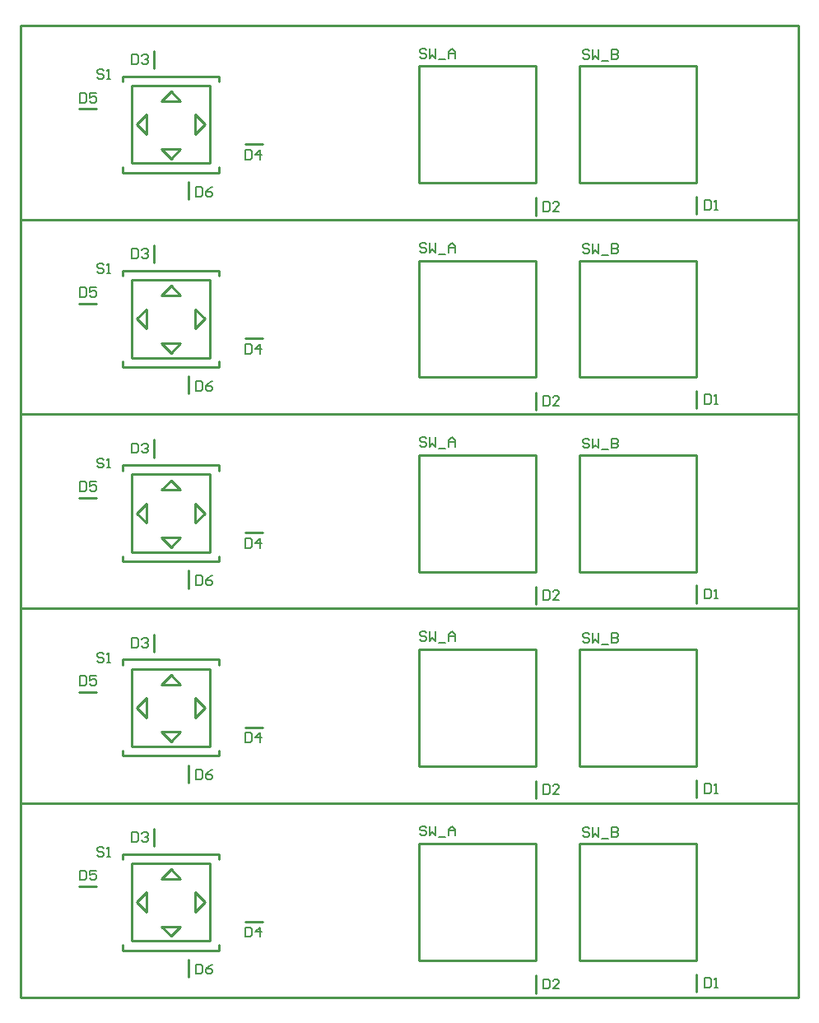
<source format=gto>
G04 Layer_Color=65535*
%FSLAX24Y24*%
%MOIN*%
G70*
G01*
G75*
%ADD10C,0.0100*%
%ADD23C,0.0079*%
D10*
X45288Y12996D02*
X50012D01*
X45288Y17720D02*
X50012D01*
Y12996D02*
Y17720D01*
X45288Y12996D02*
Y17720D01*
X50009Y11726D02*
Y12435D01*
X43509Y11676D02*
Y12385D01*
X28041Y17626D02*
Y18335D01*
X25012Y15989D02*
X25721D01*
X29459Y12326D02*
Y13035D01*
X28339Y14374D02*
X28733Y13980D01*
X28339Y14374D02*
X29126D01*
X28733Y13980D02*
X29126Y14374D01*
X28733Y16697D02*
X29126Y16303D01*
X28339D02*
X29126D01*
X28339D02*
X28733Y16697D01*
X27355Y15358D02*
X27748Y15752D01*
Y14965D02*
Y15752D01*
X27355Y15358D02*
X27748Y14965D01*
X29717D02*
X30111Y15358D01*
X29717Y14965D02*
Y15752D01*
X30111Y15358D01*
X27158Y16933D02*
X30307D01*
Y13783D02*
Y16933D01*
X27158Y13783D02*
X30307D01*
X27158D02*
Y16933D01*
X26784Y17307D02*
X30682D01*
X26784Y13409D02*
X30682D01*
Y13626D01*
X26784Y13409D02*
Y13626D01*
X30682Y17091D02*
Y17307D01*
X26784Y17091D02*
Y17307D01*
X38792Y12996D02*
X43516D01*
X38792Y17720D02*
X43516D01*
Y12996D02*
Y17720D01*
X38792Y12996D02*
Y17720D01*
X31746Y14572D02*
X32454D01*
X45288Y20870D02*
X50012D01*
X45288Y25594D02*
X50012D01*
Y20870D02*
Y25594D01*
X45288Y20870D02*
Y25594D01*
X50009Y19600D02*
Y20309D01*
X43509Y19550D02*
Y20259D01*
X28041Y25500D02*
Y26209D01*
X25012Y23863D02*
X25721D01*
X29459Y20200D02*
Y20909D01*
X28339Y22248D02*
X28733Y21854D01*
X28339Y22248D02*
X29126D01*
X28733Y21854D02*
X29126Y22248D01*
X28733Y24571D02*
X29126Y24177D01*
X28339D02*
X29126D01*
X28339D02*
X28733Y24571D01*
X27355Y23232D02*
X27748Y23626D01*
Y22839D02*
Y23626D01*
X27355Y23232D02*
X27748Y22839D01*
X29717D02*
X30111Y23232D01*
X29717Y22839D02*
Y23626D01*
X30111Y23232D01*
X27158Y24807D02*
X30307D01*
Y21657D02*
Y24807D01*
X27158Y21657D02*
X30307D01*
X27158D02*
Y24807D01*
X26784Y25181D02*
X30682D01*
X26784Y21283D02*
X30682D01*
Y21500D01*
X26784Y21283D02*
Y21500D01*
X30682Y24965D02*
Y25181D01*
X26784Y24965D02*
Y25181D01*
X38792Y20870D02*
X43516D01*
X38792Y25594D02*
X43516D01*
Y20870D02*
Y25594D01*
X38792Y20870D02*
Y25594D01*
X31746Y22446D02*
X32454D01*
X45288Y28744D02*
X50012D01*
X45288Y33469D02*
X50012D01*
Y28744D02*
Y33469D01*
X45288Y28744D02*
Y33469D01*
X50009Y27474D02*
Y28183D01*
X43509Y27424D02*
Y28133D01*
X28041Y33374D02*
Y34083D01*
X25012Y31737D02*
X25721D01*
X29459Y28074D02*
Y28783D01*
X28339Y30122D02*
X28733Y29728D01*
X28339Y30122D02*
X29126D01*
X28733Y29728D02*
X29126Y30122D01*
X28733Y32445D02*
X29126Y32051D01*
X28339D02*
X29126D01*
X28339D02*
X28733Y32445D01*
X27355Y31106D02*
X27748Y31500D01*
Y30713D02*
Y31500D01*
X27355Y31106D02*
X27748Y30713D01*
X29717D02*
X30111Y31106D01*
X29717Y30713D02*
Y31500D01*
X30111Y31106D01*
X27158Y32681D02*
X30307D01*
Y29532D02*
Y32681D01*
X27158Y29532D02*
X30307D01*
X27158D02*
Y32681D01*
X26784Y33055D02*
X30682D01*
X26784Y29157D02*
X30682D01*
Y29374D01*
X26784Y29157D02*
Y29374D01*
X30682Y32839D02*
Y33055D01*
X26784Y32839D02*
Y33055D01*
X38792Y28744D02*
X43516D01*
X38792Y33469D02*
X43516D01*
Y28744D02*
Y33469D01*
X38792Y28744D02*
Y33469D01*
X31746Y30320D02*
X32454D01*
X45288Y36618D02*
X50012D01*
X45288Y41343D02*
X50012D01*
Y36618D02*
Y41343D01*
X45288Y36618D02*
Y41343D01*
X50009Y35348D02*
Y36057D01*
X43509Y35298D02*
Y36007D01*
X28041Y41248D02*
Y41957D01*
X25012Y39611D02*
X25721D01*
X29459Y35948D02*
Y36657D01*
X28339Y37996D02*
X28733Y37602D01*
X28339Y37996D02*
X29126D01*
X28733Y37602D02*
X29126Y37996D01*
X28733Y40319D02*
X29126Y39925D01*
X28339D02*
X29126D01*
X28339D02*
X28733Y40319D01*
X27355Y38980D02*
X27748Y39374D01*
Y38587D02*
Y39374D01*
X27355Y38980D02*
X27748Y38587D01*
X29717D02*
X30111Y38980D01*
X29717Y38587D02*
Y39374D01*
X30111Y38980D01*
X27158Y40555D02*
X30307D01*
Y37406D02*
Y40555D01*
X27158Y37406D02*
X30307D01*
X27158D02*
Y40555D01*
X26784Y40929D02*
X30682D01*
X26784Y37032D02*
X30682D01*
Y37248D01*
X26784Y37032D02*
Y37248D01*
X30682Y40713D02*
Y40929D01*
X26784Y40713D02*
Y40929D01*
X38792Y36618D02*
X43516D01*
X38792Y41343D02*
X43516D01*
Y36618D02*
Y41343D01*
X38792Y36618D02*
Y41343D01*
X31746Y38194D02*
X32454D01*
X45288Y44492D02*
X50012D01*
X45288Y49217D02*
X50012D01*
Y44492D02*
Y49217D01*
X45288Y44492D02*
Y49217D01*
X50009Y43222D02*
Y43931D01*
X43509Y43172D02*
Y43881D01*
X28041Y49122D02*
Y49831D01*
X25012Y47485D02*
X25721D01*
X29459Y43822D02*
Y44531D01*
X28339Y45870D02*
X28733Y45476D01*
X28339Y45870D02*
X29126D01*
X28733Y45476D02*
X29126Y45870D01*
X28733Y48193D02*
X29126Y47799D01*
X28339D02*
X29126D01*
X28339D02*
X28733Y48193D01*
X27355Y46854D02*
X27748Y47248D01*
Y46461D02*
Y47248D01*
X27355Y46854D02*
X27748Y46461D01*
X29717D02*
X30111Y46854D01*
X29717Y46461D02*
Y47248D01*
X30111Y46854D01*
X27158Y48429D02*
X30307D01*
Y45280D02*
Y48429D01*
X27158Y45280D02*
X30307D01*
X27158D02*
Y48429D01*
X26784Y48803D02*
X30682D01*
X26784Y44906D02*
X30682D01*
Y45122D01*
X26784Y44906D02*
Y45122D01*
X30682Y48587D02*
Y48803D01*
X26784Y48587D02*
Y48803D01*
X38792Y44492D02*
X43516D01*
X38792Y49217D02*
X43516D01*
Y44492D02*
Y49217D01*
X38792Y44492D02*
Y49217D01*
X31746Y46068D02*
X32454D01*
X54146Y11500D02*
Y50870D01*
X22650D02*
X54146D01*
X22650Y11500D02*
Y50870D01*
Y19374D02*
X54146D01*
X22650Y11500D02*
X54146D01*
Y19374D01*
X22650Y11500D02*
Y19374D01*
Y27248D02*
X54146D01*
X22650Y19374D02*
X54146D01*
Y27248D01*
X22650Y19374D02*
Y27248D01*
Y35122D02*
X54146D01*
X22650Y27248D02*
X54146D01*
Y35122D01*
X22650Y27248D02*
Y35122D01*
Y42996D02*
X54146D01*
X22650Y35122D02*
X54146D01*
Y42996D01*
X22650Y35122D02*
Y42996D01*
Y50870D02*
X54146D01*
X22650Y42996D02*
X54146D01*
Y50870D01*
X22650Y42996D02*
Y50870D01*
D23*
X50350Y12294D02*
Y11900D01*
X50547D01*
X50612Y11966D01*
Y12228D01*
X50547Y12294D01*
X50350D01*
X50744Y11900D02*
X50875D01*
X50809D01*
Y12294D01*
X50744Y12228D01*
X43800Y12244D02*
Y11850D01*
X43997D01*
X44062Y11916D01*
Y12178D01*
X43997Y12244D01*
X43800D01*
X44456Y11850D02*
X44194D01*
X44456Y12112D01*
Y12178D01*
X44390Y12244D01*
X44259D01*
X44194Y12178D01*
X27150Y18194D02*
Y17800D01*
X27347D01*
X27412Y17866D01*
Y18128D01*
X27347Y18194D01*
X27150D01*
X27544Y18128D02*
X27609Y18194D01*
X27740D01*
X27806Y18128D01*
Y18062D01*
X27740Y17997D01*
X27675D01*
X27740D01*
X27806Y17931D01*
Y17866D01*
X27740Y17800D01*
X27609D01*
X27544Y17866D01*
X25050Y16644D02*
Y16250D01*
X25247D01*
X25312Y16316D01*
Y16578D01*
X25247Y16644D01*
X25050D01*
X25706D02*
X25444D01*
Y16447D01*
X25575Y16512D01*
X25640D01*
X25706Y16447D01*
Y16316D01*
X25640Y16250D01*
X25509D01*
X25444Y16316D01*
X29750Y12844D02*
Y12450D01*
X29947D01*
X30012Y12516D01*
Y12778D01*
X29947Y12844D01*
X29750D01*
X30406D02*
X30275Y12778D01*
X30144Y12647D01*
Y12516D01*
X30209Y12450D01*
X30340D01*
X30406Y12516D01*
Y12581D01*
X30340Y12647D01*
X30144D01*
X26012Y17528D02*
X25947Y17594D01*
X25816D01*
X25750Y17528D01*
Y17462D01*
X25816Y17397D01*
X25947D01*
X26012Y17331D01*
Y17266D01*
X25947Y17200D01*
X25816D01*
X25750Y17266D01*
X26144Y17200D02*
X26275D01*
X26209D01*
Y17594D01*
X26144Y17528D01*
X45662Y18328D02*
X45597Y18394D01*
X45466D01*
X45400Y18328D01*
Y18262D01*
X45466Y18197D01*
X45597D01*
X45662Y18131D01*
Y18066D01*
X45597Y18000D01*
X45466D01*
X45400Y18066D01*
X45794Y18394D02*
Y18000D01*
X45925Y18131D01*
X46056Y18000D01*
Y18394D01*
X46187Y17934D02*
X46450D01*
X46581Y18394D02*
Y18000D01*
X46778D01*
X46843Y18066D01*
Y18131D01*
X46778Y18197D01*
X46581D01*
X46778D01*
X46843Y18262D01*
Y18328D01*
X46778Y18394D01*
X46581D01*
X39062Y18378D02*
X38997Y18444D01*
X38866D01*
X38800Y18378D01*
Y18312D01*
X38866Y18247D01*
X38997D01*
X39062Y18181D01*
Y18116D01*
X38997Y18050D01*
X38866D01*
X38800Y18116D01*
X39194Y18444D02*
Y18050D01*
X39325Y18181D01*
X39456Y18050D01*
Y18444D01*
X39587Y17984D02*
X39850D01*
X39981Y18050D02*
Y18312D01*
X40112Y18444D01*
X40243Y18312D01*
Y18050D01*
Y18247D01*
X39981D01*
X31750Y14344D02*
Y13950D01*
X31947D01*
X32012Y14016D01*
Y14278D01*
X31947Y14344D01*
X31750D01*
X32340Y13950D02*
Y14344D01*
X32144Y14147D01*
X32406D01*
X50350Y20168D02*
Y19774D01*
X50547D01*
X50612Y19840D01*
Y20102D01*
X50547Y20168D01*
X50350D01*
X50744Y19774D02*
X50875D01*
X50809D01*
Y20168D01*
X50744Y20102D01*
X43800Y20118D02*
Y19724D01*
X43997D01*
X44062Y19790D01*
Y20052D01*
X43997Y20118D01*
X43800D01*
X44456Y19724D02*
X44194D01*
X44456Y19986D01*
Y20052D01*
X44390Y20118D01*
X44259D01*
X44194Y20052D01*
X27150Y26068D02*
Y25674D01*
X27347D01*
X27412Y25740D01*
Y26002D01*
X27347Y26068D01*
X27150D01*
X27544Y26002D02*
X27609Y26068D01*
X27740D01*
X27806Y26002D01*
Y25936D01*
X27740Y25871D01*
X27675D01*
X27740D01*
X27806Y25805D01*
Y25740D01*
X27740Y25674D01*
X27609D01*
X27544Y25740D01*
X25050Y24518D02*
Y24124D01*
X25247D01*
X25312Y24190D01*
Y24452D01*
X25247Y24518D01*
X25050D01*
X25706D02*
X25444D01*
Y24321D01*
X25575Y24386D01*
X25640D01*
X25706Y24321D01*
Y24190D01*
X25640Y24124D01*
X25509D01*
X25444Y24190D01*
X29750Y20718D02*
Y20324D01*
X29947D01*
X30012Y20390D01*
Y20652D01*
X29947Y20718D01*
X29750D01*
X30406D02*
X30275Y20652D01*
X30144Y20521D01*
Y20390D01*
X30209Y20324D01*
X30340D01*
X30406Y20390D01*
Y20455D01*
X30340Y20521D01*
X30144D01*
X26012Y25402D02*
X25947Y25468D01*
X25816D01*
X25750Y25402D01*
Y25336D01*
X25816Y25271D01*
X25947D01*
X26012Y25205D01*
Y25140D01*
X25947Y25074D01*
X25816D01*
X25750Y25140D01*
X26144Y25074D02*
X26275D01*
X26209D01*
Y25468D01*
X26144Y25402D01*
X45662Y26202D02*
X45597Y26268D01*
X45466D01*
X45400Y26202D01*
Y26136D01*
X45466Y26071D01*
X45597D01*
X45662Y26005D01*
Y25940D01*
X45597Y25874D01*
X45466D01*
X45400Y25940D01*
X45794Y26268D02*
Y25874D01*
X45925Y26005D01*
X46056Y25874D01*
Y26268D01*
X46187Y25808D02*
X46450D01*
X46581Y26268D02*
Y25874D01*
X46778D01*
X46843Y25940D01*
Y26005D01*
X46778Y26071D01*
X46581D01*
X46778D01*
X46843Y26136D01*
Y26202D01*
X46778Y26268D01*
X46581D01*
X39062Y26252D02*
X38997Y26318D01*
X38866D01*
X38800Y26252D01*
Y26186D01*
X38866Y26121D01*
X38997D01*
X39062Y26055D01*
Y25990D01*
X38997Y25924D01*
X38866D01*
X38800Y25990D01*
X39194Y26318D02*
Y25924D01*
X39325Y26055D01*
X39456Y25924D01*
Y26318D01*
X39587Y25858D02*
X39850D01*
X39981Y25924D02*
Y26186D01*
X40112Y26318D01*
X40243Y26186D01*
Y25924D01*
Y26121D01*
X39981D01*
X31750Y22218D02*
Y21824D01*
X31947D01*
X32012Y21890D01*
Y22152D01*
X31947Y22218D01*
X31750D01*
X32340Y21824D02*
Y22218D01*
X32144Y22021D01*
X32406D01*
X50350Y28042D02*
Y27648D01*
X50547D01*
X50612Y27714D01*
Y27976D01*
X50547Y28042D01*
X50350D01*
X50744Y27648D02*
X50875D01*
X50809D01*
Y28042D01*
X50744Y27976D01*
X43800Y27992D02*
Y27598D01*
X43997D01*
X44062Y27664D01*
Y27926D01*
X43997Y27992D01*
X43800D01*
X44456Y27598D02*
X44194D01*
X44456Y27860D01*
Y27926D01*
X44390Y27992D01*
X44259D01*
X44194Y27926D01*
X27150Y33942D02*
Y33548D01*
X27347D01*
X27412Y33614D01*
Y33876D01*
X27347Y33942D01*
X27150D01*
X27544Y33876D02*
X27609Y33942D01*
X27740D01*
X27806Y33876D01*
Y33810D01*
X27740Y33745D01*
X27675D01*
X27740D01*
X27806Y33679D01*
Y33614D01*
X27740Y33548D01*
X27609D01*
X27544Y33614D01*
X25050Y32392D02*
Y31998D01*
X25247D01*
X25312Y32064D01*
Y32326D01*
X25247Y32392D01*
X25050D01*
X25706D02*
X25444D01*
Y32195D01*
X25575Y32260D01*
X25640D01*
X25706Y32195D01*
Y32064D01*
X25640Y31998D01*
X25509D01*
X25444Y32064D01*
X29750Y28592D02*
Y28198D01*
X29947D01*
X30012Y28264D01*
Y28526D01*
X29947Y28592D01*
X29750D01*
X30406D02*
X30275Y28526D01*
X30144Y28395D01*
Y28264D01*
X30209Y28198D01*
X30340D01*
X30406Y28264D01*
Y28329D01*
X30340Y28395D01*
X30144D01*
X26012Y33276D02*
X25947Y33342D01*
X25816D01*
X25750Y33276D01*
Y33210D01*
X25816Y33145D01*
X25947D01*
X26012Y33079D01*
Y33014D01*
X25947Y32948D01*
X25816D01*
X25750Y33014D01*
X26144Y32948D02*
X26275D01*
X26209D01*
Y33342D01*
X26144Y33276D01*
X45662Y34076D02*
X45597Y34142D01*
X45466D01*
X45400Y34076D01*
Y34010D01*
X45466Y33945D01*
X45597D01*
X45662Y33879D01*
Y33814D01*
X45597Y33748D01*
X45466D01*
X45400Y33814D01*
X45794Y34142D02*
Y33748D01*
X45925Y33879D01*
X46056Y33748D01*
Y34142D01*
X46187Y33682D02*
X46450D01*
X46581Y34142D02*
Y33748D01*
X46778D01*
X46843Y33814D01*
Y33879D01*
X46778Y33945D01*
X46581D01*
X46778D01*
X46843Y34010D01*
Y34076D01*
X46778Y34142D01*
X46581D01*
X39062Y34126D02*
X38997Y34192D01*
X38866D01*
X38800Y34126D01*
Y34060D01*
X38866Y33995D01*
X38997D01*
X39062Y33929D01*
Y33864D01*
X38997Y33798D01*
X38866D01*
X38800Y33864D01*
X39194Y34192D02*
Y33798D01*
X39325Y33929D01*
X39456Y33798D01*
Y34192D01*
X39587Y33732D02*
X39850D01*
X39981Y33798D02*
Y34060D01*
X40112Y34192D01*
X40243Y34060D01*
Y33798D01*
Y33995D01*
X39981D01*
X31750Y30092D02*
Y29698D01*
X31947D01*
X32012Y29764D01*
Y30026D01*
X31947Y30092D01*
X31750D01*
X32340Y29698D02*
Y30092D01*
X32144Y29895D01*
X32406D01*
X50350Y35916D02*
Y35522D01*
X50547D01*
X50612Y35588D01*
Y35850D01*
X50547Y35916D01*
X50350D01*
X50744Y35522D02*
X50875D01*
X50809D01*
Y35916D01*
X50744Y35850D01*
X43800Y35866D02*
Y35472D01*
X43997D01*
X44062Y35538D01*
Y35800D01*
X43997Y35866D01*
X43800D01*
X44456Y35472D02*
X44194D01*
X44456Y35734D01*
Y35800D01*
X44390Y35866D01*
X44259D01*
X44194Y35800D01*
X27150Y41816D02*
Y41422D01*
X27347D01*
X27412Y41488D01*
Y41750D01*
X27347Y41816D01*
X27150D01*
X27544Y41750D02*
X27609Y41816D01*
X27740D01*
X27806Y41750D01*
Y41684D01*
X27740Y41619D01*
X27675D01*
X27740D01*
X27806Y41553D01*
Y41488D01*
X27740Y41422D01*
X27609D01*
X27544Y41488D01*
X25050Y40266D02*
Y39872D01*
X25247D01*
X25312Y39938D01*
Y40200D01*
X25247Y40266D01*
X25050D01*
X25706D02*
X25444D01*
Y40069D01*
X25575Y40134D01*
X25640D01*
X25706Y40069D01*
Y39938D01*
X25640Y39872D01*
X25509D01*
X25444Y39938D01*
X29750Y36466D02*
Y36072D01*
X29947D01*
X30012Y36138D01*
Y36400D01*
X29947Y36466D01*
X29750D01*
X30406D02*
X30275Y36400D01*
X30144Y36269D01*
Y36138D01*
X30209Y36072D01*
X30340D01*
X30406Y36138D01*
Y36203D01*
X30340Y36269D01*
X30144D01*
X26012Y41150D02*
X25947Y41216D01*
X25816D01*
X25750Y41150D01*
Y41084D01*
X25816Y41019D01*
X25947D01*
X26012Y40953D01*
Y40888D01*
X25947Y40822D01*
X25816D01*
X25750Y40888D01*
X26144Y40822D02*
X26275D01*
X26209D01*
Y41216D01*
X26144Y41150D01*
X45662Y41950D02*
X45597Y42016D01*
X45466D01*
X45400Y41950D01*
Y41884D01*
X45466Y41819D01*
X45597D01*
X45662Y41753D01*
Y41688D01*
X45597Y41622D01*
X45466D01*
X45400Y41688D01*
X45794Y42016D02*
Y41622D01*
X45925Y41753D01*
X46056Y41622D01*
Y42016D01*
X46187Y41556D02*
X46450D01*
X46581Y42016D02*
Y41622D01*
X46778D01*
X46843Y41688D01*
Y41753D01*
X46778Y41819D01*
X46581D01*
X46778D01*
X46843Y41884D01*
Y41950D01*
X46778Y42016D01*
X46581D01*
X39062Y42000D02*
X38997Y42066D01*
X38866D01*
X38800Y42000D01*
Y41934D01*
X38866Y41869D01*
X38997D01*
X39062Y41803D01*
Y41738D01*
X38997Y41672D01*
X38866D01*
X38800Y41738D01*
X39194Y42066D02*
Y41672D01*
X39325Y41803D01*
X39456Y41672D01*
Y42066D01*
X39587Y41606D02*
X39850D01*
X39981Y41672D02*
Y41934D01*
X40112Y42066D01*
X40243Y41934D01*
Y41672D01*
Y41869D01*
X39981D01*
X31750Y37966D02*
Y37572D01*
X31947D01*
X32012Y37638D01*
Y37900D01*
X31947Y37966D01*
X31750D01*
X32340Y37572D02*
Y37966D01*
X32144Y37769D01*
X32406D01*
X50350Y43790D02*
Y43396D01*
X50547D01*
X50612Y43462D01*
Y43724D01*
X50547Y43790D01*
X50350D01*
X50744Y43396D02*
X50875D01*
X50809D01*
Y43790D01*
X50744Y43724D01*
X43800Y43740D02*
Y43346D01*
X43997D01*
X44062Y43412D01*
Y43674D01*
X43997Y43740D01*
X43800D01*
X44456Y43346D02*
X44194D01*
X44456Y43608D01*
Y43674D01*
X44390Y43740D01*
X44259D01*
X44194Y43674D01*
X27150Y49690D02*
Y49296D01*
X27347D01*
X27412Y49362D01*
Y49624D01*
X27347Y49690D01*
X27150D01*
X27544Y49624D02*
X27609Y49690D01*
X27740D01*
X27806Y49624D01*
Y49558D01*
X27740Y49493D01*
X27675D01*
X27740D01*
X27806Y49427D01*
Y49362D01*
X27740Y49296D01*
X27609D01*
X27544Y49362D01*
X25050Y48140D02*
Y47746D01*
X25247D01*
X25312Y47812D01*
Y48074D01*
X25247Y48140D01*
X25050D01*
X25706D02*
X25444D01*
Y47943D01*
X25575Y48008D01*
X25640D01*
X25706Y47943D01*
Y47812D01*
X25640Y47746D01*
X25509D01*
X25444Y47812D01*
X29750Y44340D02*
Y43946D01*
X29947D01*
X30012Y44012D01*
Y44274D01*
X29947Y44340D01*
X29750D01*
X30406D02*
X30275Y44274D01*
X30144Y44143D01*
Y44012D01*
X30209Y43946D01*
X30340D01*
X30406Y44012D01*
Y44077D01*
X30340Y44143D01*
X30144D01*
X26012Y49024D02*
X25947Y49090D01*
X25816D01*
X25750Y49024D01*
Y48958D01*
X25816Y48893D01*
X25947D01*
X26012Y48827D01*
Y48762D01*
X25947Y48696D01*
X25816D01*
X25750Y48762D01*
X26144Y48696D02*
X26275D01*
X26209D01*
Y49090D01*
X26144Y49024D01*
X45662Y49824D02*
X45597Y49890D01*
X45466D01*
X45400Y49824D01*
Y49758D01*
X45466Y49693D01*
X45597D01*
X45662Y49627D01*
Y49562D01*
X45597Y49496D01*
X45466D01*
X45400Y49562D01*
X45794Y49890D02*
Y49496D01*
X45925Y49627D01*
X46056Y49496D01*
Y49890D01*
X46187Y49430D02*
X46450D01*
X46581Y49890D02*
Y49496D01*
X46778D01*
X46843Y49562D01*
Y49627D01*
X46778Y49693D01*
X46581D01*
X46778D01*
X46843Y49758D01*
Y49824D01*
X46778Y49890D01*
X46581D01*
X39062Y49874D02*
X38997Y49940D01*
X38866D01*
X38800Y49874D01*
Y49808D01*
X38866Y49743D01*
X38997D01*
X39062Y49677D01*
Y49612D01*
X38997Y49546D01*
X38866D01*
X38800Y49612D01*
X39194Y49940D02*
Y49546D01*
X39325Y49677D01*
X39456Y49546D01*
Y49940D01*
X39587Y49480D02*
X39850D01*
X39981Y49546D02*
Y49808D01*
X40112Y49940D01*
X40243Y49808D01*
Y49546D01*
Y49743D01*
X39981D01*
X31750Y45840D02*
Y45446D01*
X31947D01*
X32012Y45512D01*
Y45774D01*
X31947Y45840D01*
X31750D01*
X32340Y45446D02*
Y45840D01*
X32144Y45643D01*
X32406D01*
M02*

</source>
